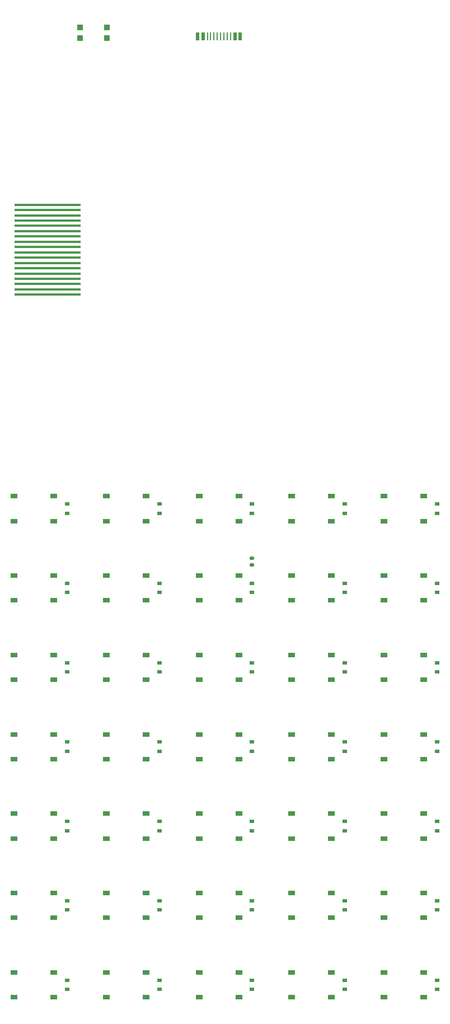
<source format=gbr>
%TF.GenerationSoftware,KiCad,Pcbnew,(6.0.7)*%
%TF.CreationDate,2022-10-22T21:09:40-04:00*%
%TF.ProjectId,Calculator,43616c63-756c-4617-946f-722e6b696361,rev?*%
%TF.SameCoordinates,Original*%
%TF.FileFunction,Paste,Top*%
%TF.FilePolarity,Positive*%
%FSLAX46Y46*%
G04 Gerber Fmt 4.6, Leading zero omitted, Abs format (unit mm)*
G04 Created by KiCad (PCBNEW (6.0.7)) date 2022-10-22 21:09:40*
%MOMM*%
%LPD*%
G01*
G04 APERTURE LIST*
G04 Aperture macros list*
%AMRoundRect*
0 Rectangle with rounded corners*
0 $1 Rounding radius*
0 $2 $3 $4 $5 $6 $7 $8 $9 X,Y pos of 4 corners*
0 Add a 4 corners polygon primitive as box body*
4,1,4,$2,$3,$4,$5,$6,$7,$8,$9,$2,$3,0*
0 Add four circle primitives for the rounded corners*
1,1,$1+$1,$2,$3*
1,1,$1+$1,$4,$5*
1,1,$1+$1,$6,$7*
1,1,$1+$1,$8,$9*
0 Add four rect primitives between the rounded corners*
20,1,$1+$1,$2,$3,$4,$5,0*
20,1,$1+$1,$4,$5,$6,$7,0*
20,1,$1+$1,$6,$7,$8,$9,0*
20,1,$1+$1,$8,$9,$2,$3,0*%
G04 Aperture macros list end*
%ADD10R,0.575000X1.150000*%
%ADD11R,0.275000X1.150000*%
%ADD12R,0.700000X0.600000*%
%ADD13R,1.000000X0.750000*%
%ADD14RoundRect,0.100000X-4.900000X-0.100000X4.900000X-0.100000X4.900000X0.100000X-4.900000X0.100000X0*%
%ADD15R,0.900000X0.900000*%
%ADD16RoundRect,0.135000X-0.185000X0.135000X-0.185000X-0.135000X0.185000X-0.135000X0.185000X0.135000X0*%
G04 APERTURE END LIST*
D10*
%TO.C,X1*%
X104442641Y-30787641D03*
X103642641Y-30787641D03*
D11*
X102492641Y-30787641D03*
X101492641Y-30787641D03*
X100992641Y-30787641D03*
X99992641Y-30787641D03*
D10*
X98042641Y-30787641D03*
X98842641Y-30787641D03*
D11*
X99492641Y-30787641D03*
X100492641Y-30787641D03*
X101992641Y-30787641D03*
X102992641Y-30787641D03*
%TD*%
D12*
%TO.C,D3*%
X78242641Y-125542641D03*
X78242641Y-126942641D03*
%TD*%
D13*
%TO.C,SW24*%
X112242641Y-124367641D03*
X118242641Y-124367641D03*
X112242641Y-128117641D03*
X118242641Y-128117641D03*
%TD*%
%TO.C,SW30*%
X126242641Y-112367641D03*
X132242641Y-112367641D03*
X126242641Y-116117641D03*
X132242641Y-116117641D03*
%TD*%
D12*
%TO.C,D7*%
X78242641Y-173542641D03*
X78242641Y-174942641D03*
%TD*%
D13*
%TO.C,SW17*%
X98242641Y-124367641D03*
X104242641Y-124367641D03*
X98242641Y-128117641D03*
X104242641Y-128117641D03*
%TD*%
%TO.C,SW9*%
X84242641Y-112367641D03*
X90242641Y-112367641D03*
X84242641Y-116117641D03*
X90242641Y-116117641D03*
%TD*%
%TO.C,SW7*%
X70242641Y-172367641D03*
X76242641Y-172367641D03*
X70242641Y-176117641D03*
X76242641Y-176117641D03*
%TD*%
D12*
%TO.C,D19*%
X106242641Y-149542641D03*
X106242641Y-150942641D03*
%TD*%
D13*
%TO.C,SW22*%
X112242641Y-100367641D03*
X118242641Y-100367641D03*
X112242641Y-104117641D03*
X118242641Y-104117641D03*
%TD*%
D12*
%TO.C,D35*%
X134242641Y-173542641D03*
X134242641Y-174942641D03*
%TD*%
D13*
%TO.C,SW20*%
X98242641Y-160367641D03*
X104242641Y-160367641D03*
X98242641Y-164117641D03*
X104242641Y-164117641D03*
%TD*%
%TO.C,SW34*%
X126242641Y-160367641D03*
X132242641Y-160367641D03*
X126242641Y-164117641D03*
X132242641Y-164117641D03*
%TD*%
D14*
%TO.C,U5*%
X75337641Y-56287641D03*
X75337641Y-57087641D03*
X75337641Y-57887641D03*
X75337641Y-58687641D03*
X75337641Y-59487641D03*
X75337641Y-60287641D03*
X75337641Y-61087641D03*
X75337641Y-61887641D03*
X75337641Y-62687641D03*
X75337641Y-63487641D03*
X75337641Y-64287641D03*
X75337641Y-65087641D03*
X75337641Y-65887641D03*
X75337641Y-66687641D03*
X75337641Y-67487641D03*
X75337641Y-68287641D03*
X75337641Y-69087641D03*
X75337641Y-69887641D03*
%TD*%
D13*
%TO.C,SW3*%
X70242641Y-124367641D03*
X76242641Y-124367641D03*
X70242641Y-128117641D03*
X76242641Y-128117641D03*
%TD*%
%TO.C,SW10*%
X84242641Y-124367641D03*
X90242641Y-124367641D03*
X84242641Y-128117641D03*
X90242641Y-128117641D03*
%TD*%
%TO.C,SW8*%
X84242641Y-100367641D03*
X90242641Y-100367641D03*
X84242641Y-104117641D03*
X90242641Y-104117641D03*
%TD*%
D12*
%TO.C,D17*%
X106242641Y-125542641D03*
X106242641Y-126942641D03*
%TD*%
%TO.C,D30*%
X134242641Y-113542641D03*
X134242641Y-114942641D03*
%TD*%
D13*
%TO.C,SW12*%
X84242641Y-148367641D03*
X90242641Y-148367641D03*
X84242641Y-152117641D03*
X90242641Y-152117641D03*
%TD*%
%TO.C,SW15*%
X98242641Y-100367641D03*
X104242641Y-100367641D03*
X98242641Y-104117641D03*
X104242641Y-104117641D03*
%TD*%
%TO.C,SW18*%
X98242641Y-136367641D03*
X104242641Y-136367641D03*
X98242641Y-140117641D03*
X104242641Y-140117641D03*
%TD*%
D12*
%TO.C,D8*%
X92242641Y-101542641D03*
X92242641Y-102942641D03*
%TD*%
%TO.C,D28*%
X120242641Y-173542641D03*
X120242641Y-174942641D03*
%TD*%
%TO.C,D2*%
X78242641Y-113542641D03*
X78242641Y-114942641D03*
%TD*%
D13*
%TO.C,SW35*%
X126242641Y-172367641D03*
X132242641Y-172367641D03*
X126242641Y-176117641D03*
X132242641Y-176117641D03*
%TD*%
D12*
%TO.C,D34*%
X134242641Y-161542641D03*
X134242641Y-162942641D03*
%TD*%
%TO.C,D10*%
X92242641Y-125542641D03*
X92242641Y-126942641D03*
%TD*%
%TO.C,D13*%
X92242641Y-161542641D03*
X92242641Y-162942641D03*
%TD*%
D13*
%TO.C,SW2*%
X70242641Y-112367641D03*
X76242641Y-112367641D03*
X70242641Y-116117641D03*
X76242641Y-116117641D03*
%TD*%
D15*
%TO.C,SW37*%
X84292641Y-29442641D03*
X80192641Y-29442641D03*
X84292641Y-31042641D03*
X80192641Y-31042641D03*
%TD*%
D12*
%TO.C,D32*%
X134242641Y-137542641D03*
X134242641Y-138942641D03*
%TD*%
D13*
%TO.C,SW14*%
X84242641Y-172367641D03*
X90242641Y-172367641D03*
X84242641Y-176117641D03*
X90242641Y-176117641D03*
%TD*%
D12*
%TO.C,D33*%
X134242641Y-149542641D03*
X134242641Y-150942641D03*
%TD*%
%TO.C,D23*%
X120242641Y-113542641D03*
X120242641Y-114942641D03*
%TD*%
D13*
%TO.C,SW28*%
X112242641Y-172367641D03*
X118242641Y-172367641D03*
X112242641Y-176117641D03*
X118242641Y-176117641D03*
%TD*%
D12*
%TO.C,D22*%
X120242641Y-101542641D03*
X120242641Y-102942641D03*
%TD*%
D16*
%TO.C,R1*%
X106242641Y-109732641D03*
X106242641Y-110752641D03*
%TD*%
D12*
%TO.C,D9*%
X92242641Y-113542641D03*
X92242641Y-114942641D03*
%TD*%
D13*
%TO.C,SW21*%
X98242641Y-172367641D03*
X104242641Y-172367641D03*
X98242641Y-176117641D03*
X104242641Y-176117641D03*
%TD*%
%TO.C,SW16*%
X98242641Y-112367641D03*
X104242641Y-112367641D03*
X98242641Y-116117641D03*
X104242641Y-116117641D03*
%TD*%
%TO.C,SW33*%
X126242641Y-148367641D03*
X132242641Y-148367641D03*
X126242641Y-152117641D03*
X132242641Y-152117641D03*
%TD*%
D12*
%TO.C,D12*%
X92242641Y-149542641D03*
X92242641Y-150942641D03*
%TD*%
%TO.C,D24*%
X120242641Y-125542641D03*
X120242641Y-126942641D03*
%TD*%
D13*
%TO.C,SW31*%
X126242641Y-124367641D03*
X132242641Y-124367641D03*
X126242641Y-128117641D03*
X132242641Y-128117641D03*
%TD*%
%TO.C,SW32*%
X126242641Y-136367641D03*
X132242641Y-136367641D03*
X126242641Y-140117641D03*
X132242641Y-140117641D03*
%TD*%
%TO.C,SW23*%
X112242641Y-112367641D03*
X118242641Y-112367641D03*
X112242641Y-116117641D03*
X118242641Y-116117641D03*
%TD*%
%TO.C,SW5*%
X70242641Y-148367641D03*
X76242641Y-148367641D03*
X70242641Y-152117641D03*
X76242641Y-152117641D03*
%TD*%
D12*
%TO.C,D4*%
X78242641Y-137542641D03*
X78242641Y-138942641D03*
%TD*%
D13*
%TO.C,SW26*%
X112242641Y-148367641D03*
X118242641Y-148367641D03*
X112242641Y-152117641D03*
X118242641Y-152117641D03*
%TD*%
D12*
%TO.C,D16*%
X106242641Y-113542641D03*
X106242641Y-114942641D03*
%TD*%
%TO.C,D21*%
X106242641Y-173542641D03*
X106242641Y-174942641D03*
%TD*%
D13*
%TO.C,SW6*%
X70242641Y-160367641D03*
X76242641Y-160367641D03*
X70242641Y-164117641D03*
X76242641Y-164117641D03*
%TD*%
D12*
%TO.C,D25*%
X120242641Y-137542641D03*
X120242641Y-138942641D03*
%TD*%
%TO.C,D20*%
X106242641Y-161542641D03*
X106242641Y-162942641D03*
%TD*%
D13*
%TO.C,SW11*%
X84242641Y-136367641D03*
X90242641Y-136367641D03*
X84242641Y-140117641D03*
X90242641Y-140117641D03*
%TD*%
%TO.C,SW1*%
X70242641Y-100367641D03*
X76242641Y-100367641D03*
X70242641Y-104117641D03*
X76242641Y-104117641D03*
%TD*%
D12*
%TO.C,D11*%
X92242641Y-137542641D03*
X92242641Y-138942641D03*
%TD*%
D13*
%TO.C,SW19*%
X98242641Y-148367641D03*
X104242641Y-148367641D03*
X98242641Y-152117641D03*
X104242641Y-152117641D03*
%TD*%
D12*
%TO.C,D31*%
X134242641Y-125542641D03*
X134242641Y-126942641D03*
%TD*%
%TO.C,D1*%
X78242641Y-101542641D03*
X78242641Y-102942641D03*
%TD*%
D13*
%TO.C,SW13*%
X84242641Y-160367641D03*
X90242641Y-160367641D03*
X84242641Y-164117641D03*
X90242641Y-164117641D03*
%TD*%
D12*
%TO.C,D27*%
X120242641Y-161542641D03*
X120242641Y-162942641D03*
%TD*%
%TO.C,D18*%
X106242641Y-137542641D03*
X106242641Y-138942641D03*
%TD*%
D13*
%TO.C,SW29*%
X126242641Y-100367641D03*
X132242641Y-100367641D03*
X126242641Y-104117641D03*
X132242641Y-104117641D03*
%TD*%
%TO.C,SW4*%
X70242641Y-136367641D03*
X76242641Y-136367641D03*
X70242641Y-140117641D03*
X76242641Y-140117641D03*
%TD*%
D12*
%TO.C,D26*%
X120242641Y-149542641D03*
X120242641Y-150942641D03*
%TD*%
%TO.C,D14*%
X92242641Y-173542641D03*
X92242641Y-174942641D03*
%TD*%
%TO.C,D6*%
X78242641Y-161542641D03*
X78242641Y-162942641D03*
%TD*%
%TO.C,D15*%
X106242641Y-101542641D03*
X106242641Y-102942641D03*
%TD*%
%TO.C,D5*%
X78242641Y-149542641D03*
X78242641Y-150942641D03*
%TD*%
D13*
%TO.C,SW27*%
X112242641Y-160367641D03*
X118242641Y-160367641D03*
X112242641Y-164117641D03*
X118242641Y-164117641D03*
%TD*%
%TO.C,SW25*%
X112242641Y-136367641D03*
X118242641Y-136367641D03*
X112242641Y-140117641D03*
X118242641Y-140117641D03*
%TD*%
D12*
%TO.C,D29*%
X134242641Y-101542641D03*
X134242641Y-102942641D03*
%TD*%
M02*

</source>
